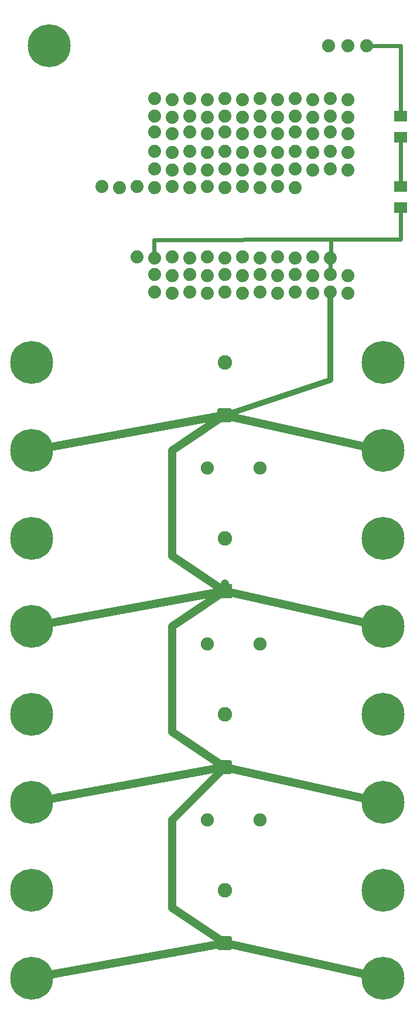
<source format=gtl>
G04 MADE WITH FRITZING*
G04 WWW.FRITZING.ORG*
G04 DOUBLE SIDED*
G04 HOLES PLATED*
G04 CONTOUR ON CENTER OF CONTOUR VECTOR*
%ASAXBY*%
%FSLAX23Y23*%
%MOIN*%
%OFA0B0*%
%SFA1.0B1.0*%
%ADD10C,0.075000*%
%ADD11C,0.082000*%
%ADD12C,0.244000*%
%ADD13C,0.074000*%
%ADD14R,0.082000X0.082000*%
%ADD15R,0.074803X0.062992*%
%ADD16C,0.024000*%
%ADD17C,0.032000*%
%ADD18C,0.048000*%
%ADD19C,0.020000*%
%LNCOPPER1*%
G90*
G70*
G54D10*
X1573Y3286D03*
X1273Y3286D03*
X1273Y2286D03*
X1573Y2286D03*
X1273Y1286D03*
X1573Y1286D03*
G54D11*
X1373Y586D03*
X1373Y886D03*
G54D12*
X2273Y1886D03*
X2273Y1886D03*
X373Y5686D03*
X373Y5686D03*
X273Y3386D03*
X273Y3386D03*
X2273Y1386D03*
X2273Y1386D03*
X273Y886D03*
X273Y886D03*
X273Y2886D03*
X273Y2886D03*
X273Y2386D03*
X273Y2386D03*
X273Y3886D03*
X273Y3886D03*
X2273Y3386D03*
X2273Y3386D03*
X2273Y886D03*
X2273Y886D03*
X2273Y2886D03*
X2273Y2886D03*
X273Y1386D03*
X273Y1386D03*
X2273Y3886D03*
X2273Y3886D03*
X273Y1886D03*
X273Y1886D03*
X273Y386D03*
X273Y386D03*
X2273Y386D03*
X2273Y386D03*
G54D11*
X1373Y3586D03*
X1373Y3886D03*
X1373Y1586D03*
X1373Y1886D03*
X1373Y2586D03*
X1373Y2886D03*
G54D13*
X2073Y4278D03*
X1973Y4286D03*
X1873Y4278D03*
X1773Y4286D03*
X1673Y4278D03*
X1573Y4286D03*
X1473Y4278D03*
X1373Y4286D03*
X1273Y4278D03*
X1173Y4286D03*
X1073Y4278D03*
X973Y4286D03*
X2073Y4278D03*
X1973Y4286D03*
X1873Y4278D03*
X1773Y4286D03*
X1673Y4278D03*
X1573Y4286D03*
X1473Y4278D03*
X1373Y4286D03*
X1273Y4278D03*
X1173Y4286D03*
X1073Y4278D03*
X973Y4286D03*
X2073Y5278D03*
X1973Y5286D03*
X1873Y5278D03*
X1773Y5286D03*
X1673Y5278D03*
X1573Y5286D03*
X1473Y5278D03*
X1373Y5286D03*
X1273Y5278D03*
X1173Y5286D03*
X1073Y5278D03*
X973Y5286D03*
X2073Y5278D03*
X1973Y5286D03*
X1873Y5278D03*
X1773Y5286D03*
X1673Y5278D03*
X1573Y5286D03*
X1473Y5278D03*
X1373Y5286D03*
X1273Y5278D03*
X1173Y5286D03*
X1073Y5278D03*
X973Y5286D03*
X2073Y5378D03*
X1973Y5386D03*
X1873Y5378D03*
X1773Y5386D03*
X1673Y5378D03*
X1573Y5386D03*
X1473Y5378D03*
X1373Y5386D03*
X1273Y5378D03*
X1173Y5386D03*
X1073Y5378D03*
X973Y5386D03*
X2073Y5378D03*
X1973Y5386D03*
X1873Y5378D03*
X1773Y5386D03*
X1673Y5378D03*
X1573Y5386D03*
X1473Y5378D03*
X1373Y5386D03*
X1273Y5378D03*
X1173Y5386D03*
X1073Y5378D03*
X973Y5386D03*
X973Y5194D03*
X1073Y5186D03*
X1173Y5194D03*
X1273Y5186D03*
X1373Y5194D03*
X1473Y5186D03*
X1573Y5194D03*
X1673Y5186D03*
X1773Y5194D03*
X1873Y5186D03*
X1973Y5194D03*
X2073Y5186D03*
X973Y5194D03*
X1073Y5186D03*
X1173Y5194D03*
X1273Y5186D03*
X1373Y5194D03*
X1473Y5186D03*
X1573Y5194D03*
X1673Y5186D03*
X1773Y5194D03*
X1873Y5186D03*
X1973Y5194D03*
X2073Y5186D03*
X2073Y5078D03*
X1973Y5086D03*
X1873Y5078D03*
X1773Y5086D03*
X1673Y5078D03*
X1573Y5086D03*
X1473Y5078D03*
X1373Y5086D03*
X1273Y5078D03*
X1173Y5086D03*
X1073Y5078D03*
X973Y5086D03*
X2073Y5078D03*
X1973Y5086D03*
X1873Y5078D03*
X1773Y5086D03*
X1673Y5078D03*
X1573Y5086D03*
X1473Y5078D03*
X1373Y5086D03*
X1273Y5078D03*
X1173Y5086D03*
X1073Y5078D03*
X973Y5086D03*
X2073Y4978D03*
X1973Y4986D03*
X1873Y4978D03*
X1773Y4986D03*
X1673Y4978D03*
X1573Y4986D03*
X1473Y4978D03*
X1373Y4986D03*
X1273Y4978D03*
X1173Y4986D03*
X1073Y4978D03*
X973Y4986D03*
X2073Y4978D03*
X1973Y4986D03*
X1873Y4978D03*
X1773Y4986D03*
X1673Y4978D03*
X1573Y4986D03*
X1473Y4978D03*
X1373Y4986D03*
X1273Y4978D03*
X1173Y4986D03*
X1073Y4978D03*
X973Y4986D03*
X1773Y4878D03*
X1673Y4886D03*
X1573Y4878D03*
X1473Y4886D03*
X1373Y4878D03*
X1273Y4886D03*
X1173Y4878D03*
X1073Y4886D03*
X973Y4878D03*
X873Y4886D03*
X773Y4878D03*
X673Y4886D03*
X1773Y4878D03*
X1673Y4886D03*
X1573Y4878D03*
X1473Y4886D03*
X1373Y4878D03*
X1273Y4886D03*
X1173Y4878D03*
X1073Y4886D03*
X973Y4878D03*
X873Y4886D03*
X773Y4878D03*
X673Y4886D03*
X2073Y4378D03*
X1973Y4386D03*
X1873Y4378D03*
X1773Y4386D03*
X1673Y4378D03*
X1573Y4386D03*
X1473Y4378D03*
X1373Y4386D03*
X1273Y4378D03*
X1173Y4386D03*
X1073Y4378D03*
X973Y4386D03*
X2073Y4378D03*
X1973Y4386D03*
X1873Y4378D03*
X1773Y4386D03*
X1673Y4378D03*
X1573Y4386D03*
X1473Y4378D03*
X1373Y4386D03*
X1273Y4378D03*
X1173Y4386D03*
X1073Y4378D03*
X973Y4386D03*
X1973Y4478D03*
X1873Y4486D03*
X1773Y4478D03*
X1673Y4486D03*
X1573Y4478D03*
X1473Y4486D03*
X1373Y4478D03*
X1273Y4486D03*
X1173Y4478D03*
X1073Y4486D03*
X973Y4478D03*
X873Y4486D03*
X1973Y4478D03*
X1873Y4486D03*
X1773Y4478D03*
X1673Y4486D03*
X1573Y4478D03*
X1473Y4486D03*
X1373Y4478D03*
X1273Y4486D03*
X1173Y4478D03*
X1073Y4486D03*
X973Y4478D03*
X873Y4486D03*
G54D12*
X2273Y2386D03*
X2273Y2386D03*
G54D13*
X1966Y5686D03*
X2073Y5686D03*
X2180Y5686D03*
X1966Y5686D03*
X2073Y5686D03*
X2180Y5686D03*
G54D14*
X1373Y2586D03*
G54D15*
X2373Y5164D03*
X2373Y5286D03*
X2373Y4764D03*
X2373Y4886D03*
G54D16*
X971Y4583D02*
X1977Y4586D01*
D02*
X972Y4506D02*
X971Y4583D01*
D02*
X1977Y4586D02*
X1974Y4414D01*
G54D17*
D02*
X1973Y3986D02*
X1973Y4286D01*
D02*
X1973Y3786D02*
X1973Y3986D01*
D02*
X1404Y3596D02*
X1973Y3786D01*
G54D18*
D02*
X1415Y3577D02*
X2178Y3407D01*
D02*
X1331Y3578D02*
X369Y3403D01*
D02*
X1337Y2610D02*
X1073Y2786D01*
D02*
X1073Y3386D02*
X1337Y3562D01*
D02*
X1073Y2786D02*
X1073Y3386D01*
D02*
X369Y2403D02*
X1331Y2578D01*
D02*
X2178Y2407D02*
X1373Y2586D01*
D02*
X1373Y2586D02*
X1373Y2629D01*
D02*
X1073Y2386D02*
X1073Y1786D01*
D02*
X1073Y1786D02*
X1337Y1610D01*
D02*
X1337Y2562D02*
X1073Y2386D01*
D02*
X1415Y1577D02*
X2178Y1407D01*
D02*
X369Y1403D02*
X1331Y1578D01*
D02*
X1341Y580D02*
X358Y401D01*
D02*
X2189Y405D02*
X1404Y579D01*
D02*
X1073Y786D02*
X1073Y1286D01*
D02*
X1073Y1286D02*
X1350Y1563D01*
D02*
X1346Y604D02*
X1073Y786D01*
G54D16*
D02*
X2073Y4586D02*
X2373Y4586D01*
D02*
X2373Y4586D02*
X2373Y4738D01*
D02*
X1977Y4586D02*
X2073Y4586D01*
D02*
X2373Y4912D02*
X2373Y5138D01*
D02*
X2211Y5686D02*
X2373Y5686D01*
D02*
X2373Y5686D02*
X2373Y5312D01*
G54D19*
X1342Y617D02*
X1404Y617D01*
X1404Y555D01*
X1342Y555D01*
X1342Y617D01*
D02*
X1342Y3617D02*
X1404Y3617D01*
X1404Y3555D01*
X1342Y3555D01*
X1342Y3617D01*
D02*
X1342Y1617D02*
X1404Y1617D01*
X1404Y1555D01*
X1342Y1555D01*
X1342Y1617D01*
D02*
G04 End of Copper1*
M02*
</source>
